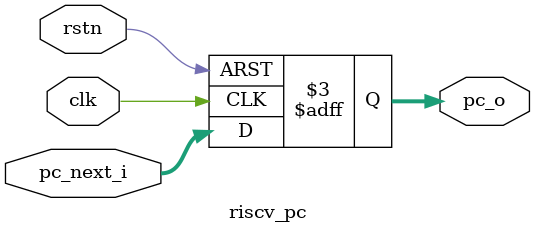
<source format=v>
`timescale 1ns / 1ps

module riscv_pc (
    input               clk
,   input               rstn
,   input       [ 63:0] pc_next_i

,   output reg  [ 63:0] pc_o  // Program Counter
    );

always @ (posedge clk or negedge rstn) begin
    if (!rstn) begin
        pc_o <= 64'h0; 
    end
    else begin
        pc_o <= pc_next_i;
    end
end

endmodule

</source>
